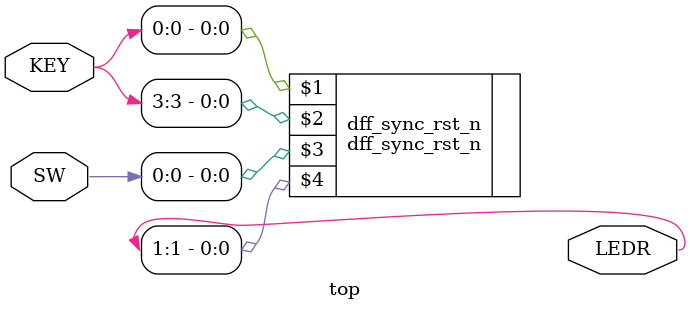
<source format=v>
module top (SW, KEY, LEDR);

    input wire [9:0] SW;        // DE-series switches
    input wire [3:0] KEY;       // DE-series pushbuttons

    output wire [9:0] LEDR;     // DE-series LEDs   

    dff_sync_rst_n dff_sync_rst_n (KEY[0], KEY[3], SW[0], LEDR[1]);
 
endmodule


</source>
